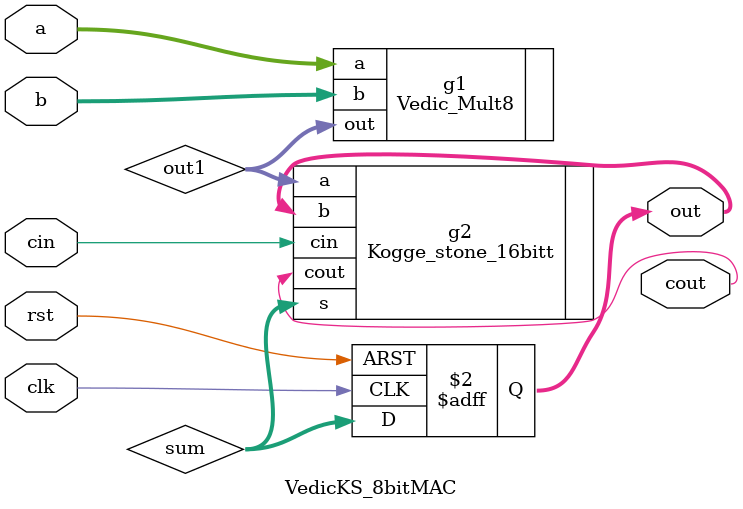
<source format=v>
module VedicKS_8bitMAC(
    input [7:0] a,          // 8-bit input A
    input [7:0] b,          // 8-bit input B
    input clk,
    input rst,
    input cin,              // Carry-in for the adder
    output reg [15:0] out,  // 16-bit output
    output cout             // Carry-out from the adder
);

    wire [15:0] out1;       // Output from the 8-bit Vedic multiplier
    wire [15:0] sum;

    // Instantiate 8-bit Vedic multiplier
    Vedic_Mult8 g1 (
        .a(a),
        .b(b),
        .out(out1)
    );

    // Instantiate 16-bit Kogge-Stone adder
    Kogge_stone_16bitt g2 (
        .a(out1),
        .b(out),
        .cin(cin),
        .s(sum),
        .cout(cout)
    );

    // Register output with synchronous reset
    always @(posedge clk or posedge rst) begin
        if (rst)
            out <= 16'h0;  // Reset to 16-bit zero
        else
            out <= sum;    // Update output with adder result
    end
endmodule


</source>
